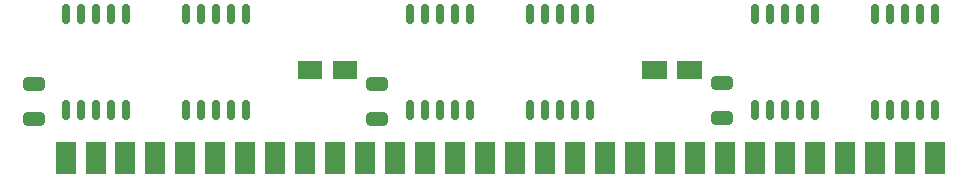
<source format=gbr>
%TF.GenerationSoftware,KiCad,Pcbnew,8.0.6*%
%TF.CreationDate,2024-11-18T20:07:02+11:00*%
%TF.ProjectId,simms,73696d6d-732e-46b6-9963-61645f706362,rev?*%
%TF.SameCoordinates,Original*%
%TF.FileFunction,Soldermask,Top*%
%TF.FilePolarity,Negative*%
%FSLAX46Y46*%
G04 Gerber Fmt 4.6, Leading zero omitted, Abs format (unit mm)*
G04 Created by KiCad (PCBNEW 8.0.6) date 2024-11-18 20:07:02*
%MOMM*%
%LPD*%
G01*
G04 APERTURE LIST*
G04 Aperture macros list*
%AMRoundRect*
0 Rectangle with rounded corners*
0 $1 Rounding radius*
0 $2 $3 $4 $5 $6 $7 $8 $9 X,Y pos of 4 corners*
0 Add a 4 corners polygon primitive as box body*
4,1,4,$2,$3,$4,$5,$6,$7,$8,$9,$2,$3,0*
0 Add four circle primitives for the rounded corners*
1,1,$1+$1,$2,$3*
1,1,$1+$1,$4,$5*
1,1,$1+$1,$6,$7*
1,1,$1+$1,$8,$9*
0 Add four rect primitives between the rounded corners*
20,1,$1+$1,$2,$3,$4,$5,0*
20,1,$1+$1,$4,$5,$6,$7,0*
20,1,$1+$1,$6,$7,$8,$9,0*
20,1,$1+$1,$8,$9,$2,$3,0*%
%AMFreePoly0*
4,1,6,1.000000,0.000000,0.500000,-0.750000,-0.500000,-0.750000,-0.500000,0.750000,0.500000,0.750000,1.000000,0.000000,1.000000,0.000000,$1*%
G04 Aperture macros list end*
%ADD10R,1.750000X2.750000*%
%ADD11RoundRect,0.150000X0.150000X-0.700000X0.150000X0.700000X-0.150000X0.700000X-0.150000X-0.700000X0*%
%ADD12RoundRect,0.150000X-0.150000X0.700000X-0.150000X-0.700000X0.150000X-0.700000X0.150000X0.700000X0*%
%ADD13RoundRect,0.250000X0.650000X-0.325000X0.650000X0.325000X-0.650000X0.325000X-0.650000X-0.325000X0*%
%ADD14R,1.500000X1.500000*%
%ADD15FreePoly0,0.000000*%
%ADD16FreePoly0,180.000000*%
G04 APERTURE END LIST*
D10*
%TO.C,J1*%
X97596000Y-89800000D03*
X100133931Y-89800000D03*
X102671862Y-89800000D03*
X105209793Y-89800000D03*
X107747724Y-89800000D03*
X110285655Y-89800000D03*
X112823586Y-89800000D03*
X115361517Y-89800000D03*
X117899448Y-89800000D03*
X120437379Y-89800000D03*
X122975310Y-89800000D03*
X125513241Y-89800000D03*
X128051172Y-89800000D03*
X130589103Y-89800000D03*
X133127034Y-89800000D03*
X135664965Y-89800000D03*
X138202896Y-89800000D03*
X140740827Y-89800000D03*
X143278758Y-89800000D03*
X145816689Y-89800000D03*
X148354620Y-89800000D03*
X150892551Y-89800000D03*
X153430482Y-89800000D03*
X155968413Y-89800000D03*
X158506344Y-89800000D03*
X161044275Y-89800000D03*
X163582206Y-89800000D03*
X166120137Y-89800000D03*
X168658068Y-89800000D03*
X171196000Y-89800000D03*
%TD*%
D11*
%TO.C,U2*%
X126776000Y-85688000D03*
X128046000Y-85688000D03*
X129316000Y-85688000D03*
X130586000Y-85688000D03*
X131856000Y-85688000D03*
X136936000Y-85688000D03*
X138206000Y-85688000D03*
X139476000Y-85688000D03*
X140746000Y-85688000D03*
X142016000Y-85688000D03*
D12*
X142016000Y-77538000D03*
X140746000Y-77538000D03*
X139476000Y-77538000D03*
X138206000Y-77538000D03*
X136936000Y-77538000D03*
D11*
X131856000Y-77538000D03*
X130586000Y-77538000D03*
X129316000Y-77538000D03*
X128046000Y-77538000D03*
X126776000Y-77538000D03*
%TD*%
D13*
%TO.C,C3*%
X153200000Y-86350000D03*
X153200000Y-83400000D03*
%TD*%
D14*
%TO.C,JP1*%
X118566000Y-82300000D03*
X120966000Y-82300000D03*
D15*
X117766000Y-82300000D03*
D16*
X121766000Y-82300000D03*
%TD*%
D13*
%TO.C,C2*%
X124000000Y-86475000D03*
X124000000Y-83525000D03*
%TD*%
D14*
%TO.C,JP2*%
X147746000Y-82300000D03*
X150146000Y-82300000D03*
D15*
X146946000Y-82300000D03*
D16*
X150946000Y-82300000D03*
%TD*%
D13*
%TO.C,C1*%
X94900000Y-86450000D03*
X94900000Y-83500000D03*
%TD*%
D11*
%TO.C,U1*%
X97596000Y-85688000D03*
X98866000Y-85688000D03*
X100136000Y-85688000D03*
X101406000Y-85688000D03*
X102676000Y-85688000D03*
X107756000Y-85688000D03*
X109026000Y-85688000D03*
X110296000Y-85688000D03*
X111566000Y-85688000D03*
X112836000Y-85688000D03*
D12*
X112836000Y-77538000D03*
X111566000Y-77538000D03*
X110296000Y-77538000D03*
X109026000Y-77538000D03*
X107756000Y-77538000D03*
D11*
X102676000Y-77538000D03*
X101406000Y-77538000D03*
X100136000Y-77538000D03*
X98866000Y-77538000D03*
X97596000Y-77538000D03*
%TD*%
%TO.C,U3*%
X155956000Y-85688000D03*
X157226000Y-85688000D03*
X158496000Y-85688000D03*
X159766000Y-85688000D03*
X161036000Y-85688000D03*
X166116000Y-85688000D03*
X167386000Y-85688000D03*
X168656000Y-85688000D03*
X169926000Y-85688000D03*
X171196000Y-85688000D03*
D12*
X171196000Y-77538000D03*
X169926000Y-77538000D03*
X168656000Y-77538000D03*
X167386000Y-77538000D03*
X166116000Y-77538000D03*
D11*
X161036000Y-77538000D03*
X159766000Y-77538000D03*
X158496000Y-77538000D03*
X157226000Y-77538000D03*
X155956000Y-77538000D03*
%TD*%
M02*

</source>
